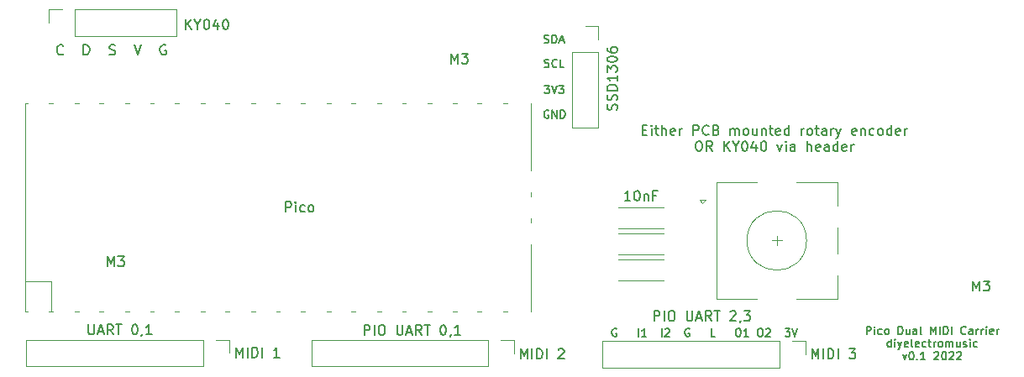
<source format=gbr>
%TF.GenerationSoftware,KiCad,Pcbnew,(6.0.5)*%
%TF.CreationDate,2022-09-02T14:56:30+01:00*%
%TF.ProjectId,PicoDualMIDICarrier,5069636f-4475-4616-9c4d-494449436172,rev?*%
%TF.SameCoordinates,Original*%
%TF.FileFunction,Legend,Top*%
%TF.FilePolarity,Positive*%
%FSLAX46Y46*%
G04 Gerber Fmt 4.6, Leading zero omitted, Abs format (unit mm)*
G04 Created by KiCad (PCBNEW (6.0.5)) date 2022-09-02 14:56:30*
%MOMM*%
%LPD*%
G01*
G04 APERTURE LIST*
%ADD10C,0.150000*%
%ADD11C,0.120000*%
G04 APERTURE END LIST*
D10*
X163880476Y-131982380D02*
X163880476Y-130982380D01*
X164261428Y-130982380D01*
X164356666Y-131030000D01*
X164404285Y-131077619D01*
X164451904Y-131172857D01*
X164451904Y-131315714D01*
X164404285Y-131410952D01*
X164356666Y-131458571D01*
X164261428Y-131506190D01*
X163880476Y-131506190D01*
X164880476Y-131982380D02*
X164880476Y-130982380D01*
X165547142Y-130982380D02*
X165737619Y-130982380D01*
X165832857Y-131030000D01*
X165928095Y-131125238D01*
X165975714Y-131315714D01*
X165975714Y-131649047D01*
X165928095Y-131839523D01*
X165832857Y-131934761D01*
X165737619Y-131982380D01*
X165547142Y-131982380D01*
X165451904Y-131934761D01*
X165356666Y-131839523D01*
X165309047Y-131649047D01*
X165309047Y-131315714D01*
X165356666Y-131125238D01*
X165451904Y-131030000D01*
X165547142Y-130982380D01*
X167166190Y-130982380D02*
X167166190Y-131791904D01*
X167213809Y-131887142D01*
X167261428Y-131934761D01*
X167356666Y-131982380D01*
X167547142Y-131982380D01*
X167642380Y-131934761D01*
X167690000Y-131887142D01*
X167737619Y-131791904D01*
X167737619Y-130982380D01*
X168166190Y-131696666D02*
X168642380Y-131696666D01*
X168070952Y-131982380D02*
X168404285Y-130982380D01*
X168737619Y-131982380D01*
X169642380Y-131982380D02*
X169309047Y-131506190D01*
X169070952Y-131982380D02*
X169070952Y-130982380D01*
X169451904Y-130982380D01*
X169547142Y-131030000D01*
X169594761Y-131077619D01*
X169642380Y-131172857D01*
X169642380Y-131315714D01*
X169594761Y-131410952D01*
X169547142Y-131458571D01*
X169451904Y-131506190D01*
X169070952Y-131506190D01*
X169928095Y-130982380D02*
X170499523Y-130982380D01*
X170213809Y-131982380D02*
X170213809Y-130982380D01*
X171547142Y-131077619D02*
X171594761Y-131030000D01*
X171690000Y-130982380D01*
X171928095Y-130982380D01*
X172023333Y-131030000D01*
X172070952Y-131077619D01*
X172118571Y-131172857D01*
X172118571Y-131268095D01*
X172070952Y-131410952D01*
X171499523Y-131982380D01*
X172118571Y-131982380D01*
X172594761Y-131934761D02*
X172594761Y-131982380D01*
X172547142Y-132077619D01*
X172499523Y-132125238D01*
X172928095Y-130982380D02*
X173547142Y-130982380D01*
X173213809Y-131363333D01*
X173356666Y-131363333D01*
X173451904Y-131410952D01*
X173499523Y-131458571D01*
X173547142Y-131553809D01*
X173547142Y-131791904D01*
X173499523Y-131887142D01*
X173451904Y-131934761D01*
X173356666Y-131982380D01*
X173070952Y-131982380D01*
X172975714Y-131934761D01*
X172928095Y-131887142D01*
X134670476Y-133402380D02*
X134670476Y-132402380D01*
X135051428Y-132402380D01*
X135146666Y-132450000D01*
X135194285Y-132497619D01*
X135241904Y-132592857D01*
X135241904Y-132735714D01*
X135194285Y-132830952D01*
X135146666Y-132878571D01*
X135051428Y-132926190D01*
X134670476Y-132926190D01*
X135670476Y-133402380D02*
X135670476Y-132402380D01*
X136337142Y-132402380D02*
X136527619Y-132402380D01*
X136622857Y-132450000D01*
X136718095Y-132545238D01*
X136765714Y-132735714D01*
X136765714Y-133069047D01*
X136718095Y-133259523D01*
X136622857Y-133354761D01*
X136527619Y-133402380D01*
X136337142Y-133402380D01*
X136241904Y-133354761D01*
X136146666Y-133259523D01*
X136099047Y-133069047D01*
X136099047Y-132735714D01*
X136146666Y-132545238D01*
X136241904Y-132450000D01*
X136337142Y-132402380D01*
X137956190Y-132402380D02*
X137956190Y-133211904D01*
X138003809Y-133307142D01*
X138051428Y-133354761D01*
X138146666Y-133402380D01*
X138337142Y-133402380D01*
X138432380Y-133354761D01*
X138480000Y-133307142D01*
X138527619Y-133211904D01*
X138527619Y-132402380D01*
X138956190Y-133116666D02*
X139432380Y-133116666D01*
X138860952Y-133402380D02*
X139194285Y-132402380D01*
X139527619Y-133402380D01*
X140432380Y-133402380D02*
X140099047Y-132926190D01*
X139860952Y-133402380D02*
X139860952Y-132402380D01*
X140241904Y-132402380D01*
X140337142Y-132450000D01*
X140384761Y-132497619D01*
X140432380Y-132592857D01*
X140432380Y-132735714D01*
X140384761Y-132830952D01*
X140337142Y-132878571D01*
X140241904Y-132926190D01*
X139860952Y-132926190D01*
X140718095Y-132402380D02*
X141289523Y-132402380D01*
X141003809Y-133402380D02*
X141003809Y-132402380D01*
X142575238Y-132402380D02*
X142670476Y-132402380D01*
X142765714Y-132450000D01*
X142813333Y-132497619D01*
X142860952Y-132592857D01*
X142908571Y-132783333D01*
X142908571Y-133021428D01*
X142860952Y-133211904D01*
X142813333Y-133307142D01*
X142765714Y-133354761D01*
X142670476Y-133402380D01*
X142575238Y-133402380D01*
X142480000Y-133354761D01*
X142432380Y-133307142D01*
X142384761Y-133211904D01*
X142337142Y-133021428D01*
X142337142Y-132783333D01*
X142384761Y-132592857D01*
X142432380Y-132497619D01*
X142480000Y-132450000D01*
X142575238Y-132402380D01*
X143384761Y-133354761D02*
X143384761Y-133402380D01*
X143337142Y-133497619D01*
X143289523Y-133545238D01*
X144337142Y-133402380D02*
X143765714Y-133402380D01*
X144051428Y-133402380D02*
X144051428Y-132402380D01*
X143956190Y-132545238D01*
X143860952Y-132640476D01*
X143765714Y-132688095D01*
X106863333Y-132352380D02*
X106863333Y-133161904D01*
X106910952Y-133257142D01*
X106958571Y-133304761D01*
X107053809Y-133352380D01*
X107244285Y-133352380D01*
X107339523Y-133304761D01*
X107387142Y-133257142D01*
X107434761Y-133161904D01*
X107434761Y-132352380D01*
X107863333Y-133066666D02*
X108339523Y-133066666D01*
X107768095Y-133352380D02*
X108101428Y-132352380D01*
X108434761Y-133352380D01*
X109339523Y-133352380D02*
X109006190Y-132876190D01*
X108768095Y-133352380D02*
X108768095Y-132352380D01*
X109149047Y-132352380D01*
X109244285Y-132400000D01*
X109291904Y-132447619D01*
X109339523Y-132542857D01*
X109339523Y-132685714D01*
X109291904Y-132780952D01*
X109244285Y-132828571D01*
X109149047Y-132876190D01*
X108768095Y-132876190D01*
X109625238Y-132352380D02*
X110196666Y-132352380D01*
X109910952Y-133352380D02*
X109910952Y-132352380D01*
X111482380Y-132352380D02*
X111577619Y-132352380D01*
X111672857Y-132400000D01*
X111720476Y-132447619D01*
X111768095Y-132542857D01*
X111815714Y-132733333D01*
X111815714Y-132971428D01*
X111768095Y-133161904D01*
X111720476Y-133257142D01*
X111672857Y-133304761D01*
X111577619Y-133352380D01*
X111482380Y-133352380D01*
X111387142Y-133304761D01*
X111339523Y-133257142D01*
X111291904Y-133161904D01*
X111244285Y-132971428D01*
X111244285Y-132733333D01*
X111291904Y-132542857D01*
X111339523Y-132447619D01*
X111387142Y-132400000D01*
X111482380Y-132352380D01*
X112291904Y-133304761D02*
X112291904Y-133352380D01*
X112244285Y-133447619D01*
X112196666Y-133495238D01*
X113244285Y-133352380D02*
X112672857Y-133352380D01*
X112958571Y-133352380D02*
X112958571Y-132352380D01*
X112863333Y-132495238D01*
X112768095Y-132590476D01*
X112672857Y-132638095D01*
X185281428Y-133333904D02*
X185281428Y-132533904D01*
X185586190Y-132533904D01*
X185662380Y-132572000D01*
X185700476Y-132610095D01*
X185738571Y-132686285D01*
X185738571Y-132800571D01*
X185700476Y-132876761D01*
X185662380Y-132914857D01*
X185586190Y-132952952D01*
X185281428Y-132952952D01*
X186081428Y-133333904D02*
X186081428Y-132800571D01*
X186081428Y-132533904D02*
X186043333Y-132572000D01*
X186081428Y-132610095D01*
X186119523Y-132572000D01*
X186081428Y-132533904D01*
X186081428Y-132610095D01*
X186805238Y-133295809D02*
X186729047Y-133333904D01*
X186576666Y-133333904D01*
X186500476Y-133295809D01*
X186462380Y-133257714D01*
X186424285Y-133181523D01*
X186424285Y-132952952D01*
X186462380Y-132876761D01*
X186500476Y-132838666D01*
X186576666Y-132800571D01*
X186729047Y-132800571D01*
X186805238Y-132838666D01*
X187262380Y-133333904D02*
X187186190Y-133295809D01*
X187148095Y-133257714D01*
X187110000Y-133181523D01*
X187110000Y-132952952D01*
X187148095Y-132876761D01*
X187186190Y-132838666D01*
X187262380Y-132800571D01*
X187376666Y-132800571D01*
X187452857Y-132838666D01*
X187490952Y-132876761D01*
X187529047Y-132952952D01*
X187529047Y-133181523D01*
X187490952Y-133257714D01*
X187452857Y-133295809D01*
X187376666Y-133333904D01*
X187262380Y-133333904D01*
X188481428Y-133333904D02*
X188481428Y-132533904D01*
X188671904Y-132533904D01*
X188786190Y-132572000D01*
X188862380Y-132648190D01*
X188900476Y-132724380D01*
X188938571Y-132876761D01*
X188938571Y-132991047D01*
X188900476Y-133143428D01*
X188862380Y-133219619D01*
X188786190Y-133295809D01*
X188671904Y-133333904D01*
X188481428Y-133333904D01*
X189624285Y-132800571D02*
X189624285Y-133333904D01*
X189281428Y-132800571D02*
X189281428Y-133219619D01*
X189319523Y-133295809D01*
X189395714Y-133333904D01*
X189510000Y-133333904D01*
X189586190Y-133295809D01*
X189624285Y-133257714D01*
X190348095Y-133333904D02*
X190348095Y-132914857D01*
X190310000Y-132838666D01*
X190233809Y-132800571D01*
X190081428Y-132800571D01*
X190005238Y-132838666D01*
X190348095Y-133295809D02*
X190271904Y-133333904D01*
X190081428Y-133333904D01*
X190005238Y-133295809D01*
X189967142Y-133219619D01*
X189967142Y-133143428D01*
X190005238Y-133067238D01*
X190081428Y-133029142D01*
X190271904Y-133029142D01*
X190348095Y-132991047D01*
X190843333Y-133333904D02*
X190767142Y-133295809D01*
X190729047Y-133219619D01*
X190729047Y-132533904D01*
X191757619Y-133333904D02*
X191757619Y-132533904D01*
X192024285Y-133105333D01*
X192290952Y-132533904D01*
X192290952Y-133333904D01*
X192671904Y-133333904D02*
X192671904Y-132533904D01*
X193052857Y-133333904D02*
X193052857Y-132533904D01*
X193243333Y-132533904D01*
X193357619Y-132572000D01*
X193433809Y-132648190D01*
X193471904Y-132724380D01*
X193510000Y-132876761D01*
X193510000Y-132991047D01*
X193471904Y-133143428D01*
X193433809Y-133219619D01*
X193357619Y-133295809D01*
X193243333Y-133333904D01*
X193052857Y-133333904D01*
X193852857Y-133333904D02*
X193852857Y-132533904D01*
X195300476Y-133257714D02*
X195262380Y-133295809D01*
X195148095Y-133333904D01*
X195071904Y-133333904D01*
X194957619Y-133295809D01*
X194881428Y-133219619D01*
X194843333Y-133143428D01*
X194805238Y-132991047D01*
X194805238Y-132876761D01*
X194843333Y-132724380D01*
X194881428Y-132648190D01*
X194957619Y-132572000D01*
X195071904Y-132533904D01*
X195148095Y-132533904D01*
X195262380Y-132572000D01*
X195300476Y-132610095D01*
X195986190Y-133333904D02*
X195986190Y-132914857D01*
X195948095Y-132838666D01*
X195871904Y-132800571D01*
X195719523Y-132800571D01*
X195643333Y-132838666D01*
X195986190Y-133295809D02*
X195910000Y-133333904D01*
X195719523Y-133333904D01*
X195643333Y-133295809D01*
X195605238Y-133219619D01*
X195605238Y-133143428D01*
X195643333Y-133067238D01*
X195719523Y-133029142D01*
X195910000Y-133029142D01*
X195986190Y-132991047D01*
X196367142Y-133333904D02*
X196367142Y-132800571D01*
X196367142Y-132952952D02*
X196405238Y-132876761D01*
X196443333Y-132838666D01*
X196519523Y-132800571D01*
X196595714Y-132800571D01*
X196862380Y-133333904D02*
X196862380Y-132800571D01*
X196862380Y-132952952D02*
X196900476Y-132876761D01*
X196938571Y-132838666D01*
X197014761Y-132800571D01*
X197090952Y-132800571D01*
X197357619Y-133333904D02*
X197357619Y-132800571D01*
X197357619Y-132533904D02*
X197319523Y-132572000D01*
X197357619Y-132610095D01*
X197395714Y-132572000D01*
X197357619Y-132533904D01*
X197357619Y-132610095D01*
X198043333Y-133295809D02*
X197967142Y-133333904D01*
X197814761Y-133333904D01*
X197738571Y-133295809D01*
X197700476Y-133219619D01*
X197700476Y-132914857D01*
X197738571Y-132838666D01*
X197814761Y-132800571D01*
X197967142Y-132800571D01*
X198043333Y-132838666D01*
X198081428Y-132914857D01*
X198081428Y-132991047D01*
X197700476Y-133067238D01*
X198424285Y-133333904D02*
X198424285Y-132800571D01*
X198424285Y-132952952D02*
X198462380Y-132876761D01*
X198500476Y-132838666D01*
X198576666Y-132800571D01*
X198652857Y-132800571D01*
X187757619Y-134621904D02*
X187757619Y-133821904D01*
X187757619Y-134583809D02*
X187681428Y-134621904D01*
X187529047Y-134621904D01*
X187452857Y-134583809D01*
X187414761Y-134545714D01*
X187376666Y-134469523D01*
X187376666Y-134240952D01*
X187414761Y-134164761D01*
X187452857Y-134126666D01*
X187529047Y-134088571D01*
X187681428Y-134088571D01*
X187757619Y-134126666D01*
X188138571Y-134621904D02*
X188138571Y-134088571D01*
X188138571Y-133821904D02*
X188100476Y-133860000D01*
X188138571Y-133898095D01*
X188176666Y-133860000D01*
X188138571Y-133821904D01*
X188138571Y-133898095D01*
X188443333Y-134088571D02*
X188633809Y-134621904D01*
X188824285Y-134088571D02*
X188633809Y-134621904D01*
X188557619Y-134812380D01*
X188519523Y-134850476D01*
X188443333Y-134888571D01*
X189433809Y-134583809D02*
X189357619Y-134621904D01*
X189205238Y-134621904D01*
X189129047Y-134583809D01*
X189090952Y-134507619D01*
X189090952Y-134202857D01*
X189129047Y-134126666D01*
X189205238Y-134088571D01*
X189357619Y-134088571D01*
X189433809Y-134126666D01*
X189471904Y-134202857D01*
X189471904Y-134279047D01*
X189090952Y-134355238D01*
X189929047Y-134621904D02*
X189852857Y-134583809D01*
X189814761Y-134507619D01*
X189814761Y-133821904D01*
X190538571Y-134583809D02*
X190462380Y-134621904D01*
X190310000Y-134621904D01*
X190233809Y-134583809D01*
X190195714Y-134507619D01*
X190195714Y-134202857D01*
X190233809Y-134126666D01*
X190310000Y-134088571D01*
X190462380Y-134088571D01*
X190538571Y-134126666D01*
X190576666Y-134202857D01*
X190576666Y-134279047D01*
X190195714Y-134355238D01*
X191262380Y-134583809D02*
X191186190Y-134621904D01*
X191033809Y-134621904D01*
X190957619Y-134583809D01*
X190919523Y-134545714D01*
X190881428Y-134469523D01*
X190881428Y-134240952D01*
X190919523Y-134164761D01*
X190957619Y-134126666D01*
X191033809Y-134088571D01*
X191186190Y-134088571D01*
X191262380Y-134126666D01*
X191490952Y-134088571D02*
X191795714Y-134088571D01*
X191605238Y-133821904D02*
X191605238Y-134507619D01*
X191643333Y-134583809D01*
X191719523Y-134621904D01*
X191795714Y-134621904D01*
X192062380Y-134621904D02*
X192062380Y-134088571D01*
X192062380Y-134240952D02*
X192100476Y-134164761D01*
X192138571Y-134126666D01*
X192214761Y-134088571D01*
X192290952Y-134088571D01*
X192671904Y-134621904D02*
X192595714Y-134583809D01*
X192557619Y-134545714D01*
X192519523Y-134469523D01*
X192519523Y-134240952D01*
X192557619Y-134164761D01*
X192595714Y-134126666D01*
X192671904Y-134088571D01*
X192786190Y-134088571D01*
X192862380Y-134126666D01*
X192900476Y-134164761D01*
X192938571Y-134240952D01*
X192938571Y-134469523D01*
X192900476Y-134545714D01*
X192862380Y-134583809D01*
X192786190Y-134621904D01*
X192671904Y-134621904D01*
X193281428Y-134621904D02*
X193281428Y-134088571D01*
X193281428Y-134164761D02*
X193319523Y-134126666D01*
X193395714Y-134088571D01*
X193510000Y-134088571D01*
X193586190Y-134126666D01*
X193624285Y-134202857D01*
X193624285Y-134621904D01*
X193624285Y-134202857D02*
X193662380Y-134126666D01*
X193738571Y-134088571D01*
X193852857Y-134088571D01*
X193929047Y-134126666D01*
X193967142Y-134202857D01*
X193967142Y-134621904D01*
X194690952Y-134088571D02*
X194690952Y-134621904D01*
X194348095Y-134088571D02*
X194348095Y-134507619D01*
X194386190Y-134583809D01*
X194462380Y-134621904D01*
X194576666Y-134621904D01*
X194652857Y-134583809D01*
X194690952Y-134545714D01*
X195033809Y-134583809D02*
X195110000Y-134621904D01*
X195262380Y-134621904D01*
X195338571Y-134583809D01*
X195376666Y-134507619D01*
X195376666Y-134469523D01*
X195338571Y-134393333D01*
X195262380Y-134355238D01*
X195148095Y-134355238D01*
X195071904Y-134317142D01*
X195033809Y-134240952D01*
X195033809Y-134202857D01*
X195071904Y-134126666D01*
X195148095Y-134088571D01*
X195262380Y-134088571D01*
X195338571Y-134126666D01*
X195719523Y-134621904D02*
X195719523Y-134088571D01*
X195719523Y-133821904D02*
X195681428Y-133860000D01*
X195719523Y-133898095D01*
X195757619Y-133860000D01*
X195719523Y-133821904D01*
X195719523Y-133898095D01*
X196443333Y-134583809D02*
X196367142Y-134621904D01*
X196214761Y-134621904D01*
X196138571Y-134583809D01*
X196100476Y-134545714D01*
X196062380Y-134469523D01*
X196062380Y-134240952D01*
X196100476Y-134164761D01*
X196138571Y-134126666D01*
X196214761Y-134088571D01*
X196367142Y-134088571D01*
X196443333Y-134126666D01*
X188938571Y-135376571D02*
X189129047Y-135909904D01*
X189319523Y-135376571D01*
X189776666Y-135109904D02*
X189852857Y-135109904D01*
X189929047Y-135148000D01*
X189967142Y-135186095D01*
X190005238Y-135262285D01*
X190043333Y-135414666D01*
X190043333Y-135605142D01*
X190005238Y-135757523D01*
X189967142Y-135833714D01*
X189929047Y-135871809D01*
X189852857Y-135909904D01*
X189776666Y-135909904D01*
X189700476Y-135871809D01*
X189662380Y-135833714D01*
X189624285Y-135757523D01*
X189586190Y-135605142D01*
X189586190Y-135414666D01*
X189624285Y-135262285D01*
X189662380Y-135186095D01*
X189700476Y-135148000D01*
X189776666Y-135109904D01*
X190386190Y-135833714D02*
X190424285Y-135871809D01*
X190386190Y-135909904D01*
X190348095Y-135871809D01*
X190386190Y-135833714D01*
X190386190Y-135909904D01*
X191186190Y-135909904D02*
X190729047Y-135909904D01*
X190957619Y-135909904D02*
X190957619Y-135109904D01*
X190881428Y-135224190D01*
X190805238Y-135300380D01*
X190729047Y-135338476D01*
X192100476Y-135186095D02*
X192138571Y-135148000D01*
X192214761Y-135109904D01*
X192405238Y-135109904D01*
X192481428Y-135148000D01*
X192519523Y-135186095D01*
X192557619Y-135262285D01*
X192557619Y-135338476D01*
X192519523Y-135452761D01*
X192062380Y-135909904D01*
X192557619Y-135909904D01*
X193052857Y-135109904D02*
X193129047Y-135109904D01*
X193205238Y-135148000D01*
X193243333Y-135186095D01*
X193281428Y-135262285D01*
X193319523Y-135414666D01*
X193319523Y-135605142D01*
X193281428Y-135757523D01*
X193243333Y-135833714D01*
X193205238Y-135871809D01*
X193129047Y-135909904D01*
X193052857Y-135909904D01*
X192976666Y-135871809D01*
X192938571Y-135833714D01*
X192900476Y-135757523D01*
X192862380Y-135605142D01*
X192862380Y-135414666D01*
X192900476Y-135262285D01*
X192938571Y-135186095D01*
X192976666Y-135148000D01*
X193052857Y-135109904D01*
X193624285Y-135186095D02*
X193662380Y-135148000D01*
X193738571Y-135109904D01*
X193929047Y-135109904D01*
X194005238Y-135148000D01*
X194043333Y-135186095D01*
X194081428Y-135262285D01*
X194081428Y-135338476D01*
X194043333Y-135452761D01*
X193586190Y-135909904D01*
X194081428Y-135909904D01*
X194386190Y-135186095D02*
X194424285Y-135148000D01*
X194500476Y-135109904D01*
X194690952Y-135109904D01*
X194767142Y-135148000D01*
X194805238Y-135186095D01*
X194843333Y-135262285D01*
X194843333Y-135338476D01*
X194805238Y-135452761D01*
X194348095Y-135909904D01*
X194843333Y-135909904D01*
X162704285Y-112733571D02*
X163037619Y-112733571D01*
X163180476Y-113257380D02*
X162704285Y-113257380D01*
X162704285Y-112257380D01*
X163180476Y-112257380D01*
X163609047Y-113257380D02*
X163609047Y-112590714D01*
X163609047Y-112257380D02*
X163561428Y-112305000D01*
X163609047Y-112352619D01*
X163656666Y-112305000D01*
X163609047Y-112257380D01*
X163609047Y-112352619D01*
X163942380Y-112590714D02*
X164323333Y-112590714D01*
X164085238Y-112257380D02*
X164085238Y-113114523D01*
X164132857Y-113209761D01*
X164228095Y-113257380D01*
X164323333Y-113257380D01*
X164656666Y-113257380D02*
X164656666Y-112257380D01*
X165085238Y-113257380D02*
X165085238Y-112733571D01*
X165037619Y-112638333D01*
X164942380Y-112590714D01*
X164799523Y-112590714D01*
X164704285Y-112638333D01*
X164656666Y-112685952D01*
X165942380Y-113209761D02*
X165847142Y-113257380D01*
X165656666Y-113257380D01*
X165561428Y-113209761D01*
X165513809Y-113114523D01*
X165513809Y-112733571D01*
X165561428Y-112638333D01*
X165656666Y-112590714D01*
X165847142Y-112590714D01*
X165942380Y-112638333D01*
X165990000Y-112733571D01*
X165990000Y-112828809D01*
X165513809Y-112924047D01*
X166418571Y-113257380D02*
X166418571Y-112590714D01*
X166418571Y-112781190D02*
X166466190Y-112685952D01*
X166513809Y-112638333D01*
X166609047Y-112590714D01*
X166704285Y-112590714D01*
X167799523Y-113257380D02*
X167799523Y-112257380D01*
X168180476Y-112257380D01*
X168275714Y-112305000D01*
X168323333Y-112352619D01*
X168370952Y-112447857D01*
X168370952Y-112590714D01*
X168323333Y-112685952D01*
X168275714Y-112733571D01*
X168180476Y-112781190D01*
X167799523Y-112781190D01*
X169370952Y-113162142D02*
X169323333Y-113209761D01*
X169180476Y-113257380D01*
X169085238Y-113257380D01*
X168942380Y-113209761D01*
X168847142Y-113114523D01*
X168799523Y-113019285D01*
X168751904Y-112828809D01*
X168751904Y-112685952D01*
X168799523Y-112495476D01*
X168847142Y-112400238D01*
X168942380Y-112305000D01*
X169085238Y-112257380D01*
X169180476Y-112257380D01*
X169323333Y-112305000D01*
X169370952Y-112352619D01*
X170132857Y-112733571D02*
X170275714Y-112781190D01*
X170323333Y-112828809D01*
X170370952Y-112924047D01*
X170370952Y-113066904D01*
X170323333Y-113162142D01*
X170275714Y-113209761D01*
X170180476Y-113257380D01*
X169799523Y-113257380D01*
X169799523Y-112257380D01*
X170132857Y-112257380D01*
X170228095Y-112305000D01*
X170275714Y-112352619D01*
X170323333Y-112447857D01*
X170323333Y-112543095D01*
X170275714Y-112638333D01*
X170228095Y-112685952D01*
X170132857Y-112733571D01*
X169799523Y-112733571D01*
X171561428Y-113257380D02*
X171561428Y-112590714D01*
X171561428Y-112685952D02*
X171609047Y-112638333D01*
X171704285Y-112590714D01*
X171847142Y-112590714D01*
X171942380Y-112638333D01*
X171990000Y-112733571D01*
X171990000Y-113257380D01*
X171990000Y-112733571D02*
X172037619Y-112638333D01*
X172132857Y-112590714D01*
X172275714Y-112590714D01*
X172370952Y-112638333D01*
X172418571Y-112733571D01*
X172418571Y-113257380D01*
X173037619Y-113257380D02*
X172942380Y-113209761D01*
X172894761Y-113162142D01*
X172847142Y-113066904D01*
X172847142Y-112781190D01*
X172894761Y-112685952D01*
X172942380Y-112638333D01*
X173037619Y-112590714D01*
X173180476Y-112590714D01*
X173275714Y-112638333D01*
X173323333Y-112685952D01*
X173370952Y-112781190D01*
X173370952Y-113066904D01*
X173323333Y-113162142D01*
X173275714Y-113209761D01*
X173180476Y-113257380D01*
X173037619Y-113257380D01*
X174228095Y-112590714D02*
X174228095Y-113257380D01*
X173799523Y-112590714D02*
X173799523Y-113114523D01*
X173847142Y-113209761D01*
X173942380Y-113257380D01*
X174085238Y-113257380D01*
X174180476Y-113209761D01*
X174228095Y-113162142D01*
X174704285Y-112590714D02*
X174704285Y-113257380D01*
X174704285Y-112685952D02*
X174751904Y-112638333D01*
X174847142Y-112590714D01*
X174990000Y-112590714D01*
X175085238Y-112638333D01*
X175132857Y-112733571D01*
X175132857Y-113257380D01*
X175466190Y-112590714D02*
X175847142Y-112590714D01*
X175609047Y-112257380D02*
X175609047Y-113114523D01*
X175656666Y-113209761D01*
X175751904Y-113257380D01*
X175847142Y-113257380D01*
X176561428Y-113209761D02*
X176466190Y-113257380D01*
X176275714Y-113257380D01*
X176180476Y-113209761D01*
X176132857Y-113114523D01*
X176132857Y-112733571D01*
X176180476Y-112638333D01*
X176275714Y-112590714D01*
X176466190Y-112590714D01*
X176561428Y-112638333D01*
X176609047Y-112733571D01*
X176609047Y-112828809D01*
X176132857Y-112924047D01*
X177466190Y-113257380D02*
X177466190Y-112257380D01*
X177466190Y-113209761D02*
X177370952Y-113257380D01*
X177180476Y-113257380D01*
X177085238Y-113209761D01*
X177037619Y-113162142D01*
X176990000Y-113066904D01*
X176990000Y-112781190D01*
X177037619Y-112685952D01*
X177085238Y-112638333D01*
X177180476Y-112590714D01*
X177370952Y-112590714D01*
X177466190Y-112638333D01*
X178704285Y-113257380D02*
X178704285Y-112590714D01*
X178704285Y-112781190D02*
X178751904Y-112685952D01*
X178799523Y-112638333D01*
X178894761Y-112590714D01*
X178990000Y-112590714D01*
X179466190Y-113257380D02*
X179370952Y-113209761D01*
X179323333Y-113162142D01*
X179275714Y-113066904D01*
X179275714Y-112781190D01*
X179323333Y-112685952D01*
X179370952Y-112638333D01*
X179466190Y-112590714D01*
X179609047Y-112590714D01*
X179704285Y-112638333D01*
X179751904Y-112685952D01*
X179799523Y-112781190D01*
X179799523Y-113066904D01*
X179751904Y-113162142D01*
X179704285Y-113209761D01*
X179609047Y-113257380D01*
X179466190Y-113257380D01*
X180085238Y-112590714D02*
X180466190Y-112590714D01*
X180228095Y-112257380D02*
X180228095Y-113114523D01*
X180275714Y-113209761D01*
X180370952Y-113257380D01*
X180466190Y-113257380D01*
X181228095Y-113257380D02*
X181228095Y-112733571D01*
X181180476Y-112638333D01*
X181085238Y-112590714D01*
X180894761Y-112590714D01*
X180799523Y-112638333D01*
X181228095Y-113209761D02*
X181132857Y-113257380D01*
X180894761Y-113257380D01*
X180799523Y-113209761D01*
X180751904Y-113114523D01*
X180751904Y-113019285D01*
X180799523Y-112924047D01*
X180894761Y-112876428D01*
X181132857Y-112876428D01*
X181228095Y-112828809D01*
X181704285Y-113257380D02*
X181704285Y-112590714D01*
X181704285Y-112781190D02*
X181751904Y-112685952D01*
X181799523Y-112638333D01*
X181894761Y-112590714D01*
X181990000Y-112590714D01*
X182228095Y-112590714D02*
X182466190Y-113257380D01*
X182704285Y-112590714D02*
X182466190Y-113257380D01*
X182370952Y-113495476D01*
X182323333Y-113543095D01*
X182228095Y-113590714D01*
X184228095Y-113209761D02*
X184132857Y-113257380D01*
X183942380Y-113257380D01*
X183847142Y-113209761D01*
X183799523Y-113114523D01*
X183799523Y-112733571D01*
X183847142Y-112638333D01*
X183942380Y-112590714D01*
X184132857Y-112590714D01*
X184228095Y-112638333D01*
X184275714Y-112733571D01*
X184275714Y-112828809D01*
X183799523Y-112924047D01*
X184704285Y-112590714D02*
X184704285Y-113257380D01*
X184704285Y-112685952D02*
X184751904Y-112638333D01*
X184847142Y-112590714D01*
X184990000Y-112590714D01*
X185085238Y-112638333D01*
X185132857Y-112733571D01*
X185132857Y-113257380D01*
X186037619Y-113209761D02*
X185942380Y-113257380D01*
X185751904Y-113257380D01*
X185656666Y-113209761D01*
X185609047Y-113162142D01*
X185561428Y-113066904D01*
X185561428Y-112781190D01*
X185609047Y-112685952D01*
X185656666Y-112638333D01*
X185751904Y-112590714D01*
X185942380Y-112590714D01*
X186037619Y-112638333D01*
X186609047Y-113257380D02*
X186513809Y-113209761D01*
X186466190Y-113162142D01*
X186418571Y-113066904D01*
X186418571Y-112781190D01*
X186466190Y-112685952D01*
X186513809Y-112638333D01*
X186609047Y-112590714D01*
X186751904Y-112590714D01*
X186847142Y-112638333D01*
X186894761Y-112685952D01*
X186942380Y-112781190D01*
X186942380Y-113066904D01*
X186894761Y-113162142D01*
X186847142Y-113209761D01*
X186751904Y-113257380D01*
X186609047Y-113257380D01*
X187799523Y-113257380D02*
X187799523Y-112257380D01*
X187799523Y-113209761D02*
X187704285Y-113257380D01*
X187513809Y-113257380D01*
X187418571Y-113209761D01*
X187370952Y-113162142D01*
X187323333Y-113066904D01*
X187323333Y-112781190D01*
X187370952Y-112685952D01*
X187418571Y-112638333D01*
X187513809Y-112590714D01*
X187704285Y-112590714D01*
X187799523Y-112638333D01*
X188656666Y-113209761D02*
X188561428Y-113257380D01*
X188370952Y-113257380D01*
X188275714Y-113209761D01*
X188228095Y-113114523D01*
X188228095Y-112733571D01*
X188275714Y-112638333D01*
X188370952Y-112590714D01*
X188561428Y-112590714D01*
X188656666Y-112638333D01*
X188704285Y-112733571D01*
X188704285Y-112828809D01*
X188228095Y-112924047D01*
X189132857Y-113257380D02*
X189132857Y-112590714D01*
X189132857Y-112781190D02*
X189180476Y-112685952D01*
X189228095Y-112638333D01*
X189323333Y-112590714D01*
X189418571Y-112590714D01*
X168299523Y-113867380D02*
X168490000Y-113867380D01*
X168585238Y-113915000D01*
X168680476Y-114010238D01*
X168728095Y-114200714D01*
X168728095Y-114534047D01*
X168680476Y-114724523D01*
X168585238Y-114819761D01*
X168490000Y-114867380D01*
X168299523Y-114867380D01*
X168204285Y-114819761D01*
X168109047Y-114724523D01*
X168061428Y-114534047D01*
X168061428Y-114200714D01*
X168109047Y-114010238D01*
X168204285Y-113915000D01*
X168299523Y-113867380D01*
X169728095Y-114867380D02*
X169394761Y-114391190D01*
X169156666Y-114867380D02*
X169156666Y-113867380D01*
X169537619Y-113867380D01*
X169632857Y-113915000D01*
X169680476Y-113962619D01*
X169728095Y-114057857D01*
X169728095Y-114200714D01*
X169680476Y-114295952D01*
X169632857Y-114343571D01*
X169537619Y-114391190D01*
X169156666Y-114391190D01*
X170918571Y-114867380D02*
X170918571Y-113867380D01*
X171490000Y-114867380D02*
X171061428Y-114295952D01*
X171490000Y-113867380D02*
X170918571Y-114438809D01*
X172109047Y-114391190D02*
X172109047Y-114867380D01*
X171775714Y-113867380D02*
X172109047Y-114391190D01*
X172442380Y-113867380D01*
X172966190Y-113867380D02*
X173061428Y-113867380D01*
X173156666Y-113915000D01*
X173204285Y-113962619D01*
X173251904Y-114057857D01*
X173299523Y-114248333D01*
X173299523Y-114486428D01*
X173251904Y-114676904D01*
X173204285Y-114772142D01*
X173156666Y-114819761D01*
X173061428Y-114867380D01*
X172966190Y-114867380D01*
X172870952Y-114819761D01*
X172823333Y-114772142D01*
X172775714Y-114676904D01*
X172728095Y-114486428D01*
X172728095Y-114248333D01*
X172775714Y-114057857D01*
X172823333Y-113962619D01*
X172870952Y-113915000D01*
X172966190Y-113867380D01*
X174156666Y-114200714D02*
X174156666Y-114867380D01*
X173918571Y-113819761D02*
X173680476Y-114534047D01*
X174299523Y-114534047D01*
X174870952Y-113867380D02*
X174966190Y-113867380D01*
X175061428Y-113915000D01*
X175109047Y-113962619D01*
X175156666Y-114057857D01*
X175204285Y-114248333D01*
X175204285Y-114486428D01*
X175156666Y-114676904D01*
X175109047Y-114772142D01*
X175061428Y-114819761D01*
X174966190Y-114867380D01*
X174870952Y-114867380D01*
X174775714Y-114819761D01*
X174728095Y-114772142D01*
X174680476Y-114676904D01*
X174632857Y-114486428D01*
X174632857Y-114248333D01*
X174680476Y-114057857D01*
X174728095Y-113962619D01*
X174775714Y-113915000D01*
X174870952Y-113867380D01*
X176299523Y-114200714D02*
X176537619Y-114867380D01*
X176775714Y-114200714D01*
X177156666Y-114867380D02*
X177156666Y-114200714D01*
X177156666Y-113867380D02*
X177109047Y-113915000D01*
X177156666Y-113962619D01*
X177204285Y-113915000D01*
X177156666Y-113867380D01*
X177156666Y-113962619D01*
X178061428Y-114867380D02*
X178061428Y-114343571D01*
X178013809Y-114248333D01*
X177918571Y-114200714D01*
X177728095Y-114200714D01*
X177632857Y-114248333D01*
X178061428Y-114819761D02*
X177966190Y-114867380D01*
X177728095Y-114867380D01*
X177632857Y-114819761D01*
X177585238Y-114724523D01*
X177585238Y-114629285D01*
X177632857Y-114534047D01*
X177728095Y-114486428D01*
X177966190Y-114486428D01*
X178061428Y-114438809D01*
X179299523Y-114867380D02*
X179299523Y-113867380D01*
X179728095Y-114867380D02*
X179728095Y-114343571D01*
X179680476Y-114248333D01*
X179585238Y-114200714D01*
X179442380Y-114200714D01*
X179347142Y-114248333D01*
X179299523Y-114295952D01*
X180585238Y-114819761D02*
X180490000Y-114867380D01*
X180299523Y-114867380D01*
X180204285Y-114819761D01*
X180156666Y-114724523D01*
X180156666Y-114343571D01*
X180204285Y-114248333D01*
X180299523Y-114200714D01*
X180490000Y-114200714D01*
X180585238Y-114248333D01*
X180632857Y-114343571D01*
X180632857Y-114438809D01*
X180156666Y-114534047D01*
X181490000Y-114867380D02*
X181490000Y-114343571D01*
X181442380Y-114248333D01*
X181347142Y-114200714D01*
X181156666Y-114200714D01*
X181061428Y-114248333D01*
X181490000Y-114819761D02*
X181394761Y-114867380D01*
X181156666Y-114867380D01*
X181061428Y-114819761D01*
X181013809Y-114724523D01*
X181013809Y-114629285D01*
X181061428Y-114534047D01*
X181156666Y-114486428D01*
X181394761Y-114486428D01*
X181490000Y-114438809D01*
X182394761Y-114867380D02*
X182394761Y-113867380D01*
X182394761Y-114819761D02*
X182299523Y-114867380D01*
X182109047Y-114867380D01*
X182013809Y-114819761D01*
X181966190Y-114772142D01*
X181918571Y-114676904D01*
X181918571Y-114391190D01*
X181966190Y-114295952D01*
X182013809Y-114248333D01*
X182109047Y-114200714D01*
X182299523Y-114200714D01*
X182394761Y-114248333D01*
X183251904Y-114819761D02*
X183156666Y-114867380D01*
X182966190Y-114867380D01*
X182870952Y-114819761D01*
X182823333Y-114724523D01*
X182823333Y-114343571D01*
X182870952Y-114248333D01*
X182966190Y-114200714D01*
X183156666Y-114200714D01*
X183251904Y-114248333D01*
X183299523Y-114343571D01*
X183299523Y-114438809D01*
X182823333Y-114534047D01*
X183728095Y-114867380D02*
X183728095Y-114200714D01*
X183728095Y-114391190D02*
X183775714Y-114295952D01*
X183823333Y-114248333D01*
X183918571Y-114200714D01*
X184013809Y-114200714D01*
X153230476Y-110780000D02*
X153154285Y-110741904D01*
X153040000Y-110741904D01*
X152925714Y-110780000D01*
X152849523Y-110856190D01*
X152811428Y-110932380D01*
X152773333Y-111084761D01*
X152773333Y-111199047D01*
X152811428Y-111351428D01*
X152849523Y-111427619D01*
X152925714Y-111503809D01*
X153040000Y-111541904D01*
X153116190Y-111541904D01*
X153230476Y-111503809D01*
X153268571Y-111465714D01*
X153268571Y-111199047D01*
X153116190Y-111199047D01*
X153611428Y-111541904D02*
X153611428Y-110741904D01*
X154068571Y-111541904D01*
X154068571Y-110741904D01*
X154449523Y-111541904D02*
X154449523Y-110741904D01*
X154640000Y-110741904D01*
X154754285Y-110780000D01*
X154830476Y-110856190D01*
X154868571Y-110932380D01*
X154906666Y-111084761D01*
X154906666Y-111199047D01*
X154868571Y-111351428D01*
X154830476Y-111427619D01*
X154754285Y-111503809D01*
X154640000Y-111541904D01*
X154449523Y-111541904D01*
X152819523Y-108261904D02*
X153314761Y-108261904D01*
X153048095Y-108566666D01*
X153162380Y-108566666D01*
X153238571Y-108604761D01*
X153276666Y-108642857D01*
X153314761Y-108719047D01*
X153314761Y-108909523D01*
X153276666Y-108985714D01*
X153238571Y-109023809D01*
X153162380Y-109061904D01*
X152933809Y-109061904D01*
X152857619Y-109023809D01*
X152819523Y-108985714D01*
X153543333Y-108261904D02*
X153810000Y-109061904D01*
X154076666Y-108261904D01*
X154267142Y-108261904D02*
X154762380Y-108261904D01*
X154495714Y-108566666D01*
X154610000Y-108566666D01*
X154686190Y-108604761D01*
X154724285Y-108642857D01*
X154762380Y-108719047D01*
X154762380Y-108909523D01*
X154724285Y-108985714D01*
X154686190Y-109023809D01*
X154610000Y-109061904D01*
X154381428Y-109061904D01*
X154305238Y-109023809D01*
X154267142Y-108985714D01*
X152817619Y-106363809D02*
X152931904Y-106401904D01*
X153122380Y-106401904D01*
X153198571Y-106363809D01*
X153236666Y-106325714D01*
X153274761Y-106249523D01*
X153274761Y-106173333D01*
X153236666Y-106097142D01*
X153198571Y-106059047D01*
X153122380Y-106020952D01*
X152970000Y-105982857D01*
X152893809Y-105944761D01*
X152855714Y-105906666D01*
X152817619Y-105830476D01*
X152817619Y-105754285D01*
X152855714Y-105678095D01*
X152893809Y-105640000D01*
X152970000Y-105601904D01*
X153160476Y-105601904D01*
X153274761Y-105640000D01*
X154074761Y-106325714D02*
X154036666Y-106363809D01*
X153922380Y-106401904D01*
X153846190Y-106401904D01*
X153731904Y-106363809D01*
X153655714Y-106287619D01*
X153617619Y-106211428D01*
X153579523Y-106059047D01*
X153579523Y-105944761D01*
X153617619Y-105792380D01*
X153655714Y-105716190D01*
X153731904Y-105640000D01*
X153846190Y-105601904D01*
X153922380Y-105601904D01*
X154036666Y-105640000D01*
X154074761Y-105678095D01*
X154798571Y-106401904D02*
X154417619Y-106401904D01*
X154417619Y-105601904D01*
X152798571Y-103913809D02*
X152912857Y-103951904D01*
X153103333Y-103951904D01*
X153179523Y-103913809D01*
X153217619Y-103875714D01*
X153255714Y-103799523D01*
X153255714Y-103723333D01*
X153217619Y-103647142D01*
X153179523Y-103609047D01*
X153103333Y-103570952D01*
X152950952Y-103532857D01*
X152874761Y-103494761D01*
X152836666Y-103456666D01*
X152798571Y-103380476D01*
X152798571Y-103304285D01*
X152836666Y-103228095D01*
X152874761Y-103190000D01*
X152950952Y-103151904D01*
X153141428Y-103151904D01*
X153255714Y-103190000D01*
X153598571Y-103951904D02*
X153598571Y-103151904D01*
X153789047Y-103151904D01*
X153903333Y-103190000D01*
X153979523Y-103266190D01*
X154017619Y-103342380D01*
X154055714Y-103494761D01*
X154055714Y-103609047D01*
X154017619Y-103761428D01*
X153979523Y-103837619D01*
X153903333Y-103913809D01*
X153789047Y-103951904D01*
X153598571Y-103951904D01*
X154360476Y-103723333D02*
X154741428Y-103723333D01*
X154284285Y-103951904D02*
X154550952Y-103151904D01*
X154817619Y-103951904D01*
X160082857Y-132790000D02*
X160006666Y-132751904D01*
X159892380Y-132751904D01*
X159778095Y-132790000D01*
X159701904Y-132866190D01*
X159663809Y-132942380D01*
X159625714Y-133094761D01*
X159625714Y-133209047D01*
X159663809Y-133361428D01*
X159701904Y-133437619D01*
X159778095Y-133513809D01*
X159892380Y-133551904D01*
X159968571Y-133551904D01*
X160082857Y-133513809D01*
X160120952Y-133475714D01*
X160120952Y-133209047D01*
X159968571Y-133209047D01*
X162292380Y-133551904D02*
X162292380Y-132751904D01*
X163092380Y-133551904D02*
X162635238Y-133551904D01*
X162863809Y-133551904D02*
X162863809Y-132751904D01*
X162787619Y-132866190D01*
X162711428Y-132942380D01*
X162635238Y-132980476D01*
X164654285Y-133551904D02*
X164654285Y-132751904D01*
X164997142Y-132828095D02*
X165035238Y-132790000D01*
X165111428Y-132751904D01*
X165301904Y-132751904D01*
X165378095Y-132790000D01*
X165416190Y-132828095D01*
X165454285Y-132904285D01*
X165454285Y-132980476D01*
X165416190Y-133094761D01*
X164959047Y-133551904D01*
X165454285Y-133551904D01*
X167435238Y-132790000D02*
X167359047Y-132751904D01*
X167244761Y-132751904D01*
X167130476Y-132790000D01*
X167054285Y-132866190D01*
X167016190Y-132942380D01*
X166978095Y-133094761D01*
X166978095Y-133209047D01*
X167016190Y-133361428D01*
X167054285Y-133437619D01*
X167130476Y-133513809D01*
X167244761Y-133551904D01*
X167320952Y-133551904D01*
X167435238Y-133513809D01*
X167473333Y-133475714D01*
X167473333Y-133209047D01*
X167320952Y-133209047D01*
X170025714Y-133551904D02*
X169644761Y-133551904D01*
X169644761Y-132751904D01*
X172273333Y-132751904D02*
X172425714Y-132751904D01*
X172501904Y-132790000D01*
X172578095Y-132866190D01*
X172616190Y-133018571D01*
X172616190Y-133285238D01*
X172578095Y-133437619D01*
X172501904Y-133513809D01*
X172425714Y-133551904D01*
X172273333Y-133551904D01*
X172197142Y-133513809D01*
X172120952Y-133437619D01*
X172082857Y-133285238D01*
X172082857Y-133018571D01*
X172120952Y-132866190D01*
X172197142Y-132790000D01*
X172273333Y-132751904D01*
X173378095Y-133551904D02*
X172920952Y-133551904D01*
X173149523Y-133551904D02*
X173149523Y-132751904D01*
X173073333Y-132866190D01*
X172997142Y-132942380D01*
X172920952Y-132980476D01*
X174482857Y-132751904D02*
X174635238Y-132751904D01*
X174711428Y-132790000D01*
X174787619Y-132866190D01*
X174825714Y-133018571D01*
X174825714Y-133285238D01*
X174787619Y-133437619D01*
X174711428Y-133513809D01*
X174635238Y-133551904D01*
X174482857Y-133551904D01*
X174406666Y-133513809D01*
X174330476Y-133437619D01*
X174292380Y-133285238D01*
X174292380Y-133018571D01*
X174330476Y-132866190D01*
X174406666Y-132790000D01*
X174482857Y-132751904D01*
X175130476Y-132828095D02*
X175168571Y-132790000D01*
X175244761Y-132751904D01*
X175435238Y-132751904D01*
X175511428Y-132790000D01*
X175549523Y-132828095D01*
X175587619Y-132904285D01*
X175587619Y-132980476D01*
X175549523Y-133094761D01*
X175092380Y-133551904D01*
X175587619Y-133551904D01*
X177073333Y-132751904D02*
X177568571Y-132751904D01*
X177301904Y-133056666D01*
X177416190Y-133056666D01*
X177492380Y-133094761D01*
X177530476Y-133132857D01*
X177568571Y-133209047D01*
X177568571Y-133399523D01*
X177530476Y-133475714D01*
X177492380Y-133513809D01*
X177416190Y-133551904D01*
X177187619Y-133551904D01*
X177111428Y-133513809D01*
X177073333Y-133475714D01*
X177797142Y-132751904D02*
X178063809Y-133551904D01*
X178330476Y-132751904D01*
X104315000Y-105057142D02*
X104265000Y-105104761D01*
X104115000Y-105152380D01*
X104015000Y-105152380D01*
X103865000Y-105104761D01*
X103765000Y-105009523D01*
X103715000Y-104914285D01*
X103665000Y-104723809D01*
X103665000Y-104580952D01*
X103715000Y-104390476D01*
X103765000Y-104295238D01*
X103865000Y-104200000D01*
X104015000Y-104152380D01*
X104115000Y-104152380D01*
X104265000Y-104200000D01*
X104315000Y-104247619D01*
X106365000Y-105152380D02*
X106365000Y-104152380D01*
X106615000Y-104152380D01*
X106765000Y-104200000D01*
X106865000Y-104295238D01*
X106915000Y-104390476D01*
X106965000Y-104580952D01*
X106965000Y-104723809D01*
X106915000Y-104914285D01*
X106865000Y-105009523D01*
X106765000Y-105104761D01*
X106615000Y-105152380D01*
X106365000Y-105152380D01*
X108965000Y-105104761D02*
X109115000Y-105152380D01*
X109365000Y-105152380D01*
X109465000Y-105104761D01*
X109515000Y-105057142D01*
X109565000Y-104961904D01*
X109565000Y-104866666D01*
X109515000Y-104771428D01*
X109465000Y-104723809D01*
X109365000Y-104676190D01*
X109165000Y-104628571D01*
X109065000Y-104580952D01*
X109015000Y-104533333D01*
X108965000Y-104438095D01*
X108965000Y-104342857D01*
X109015000Y-104247619D01*
X109065000Y-104200000D01*
X109165000Y-104152380D01*
X109415000Y-104152380D01*
X109565000Y-104200000D01*
X111465000Y-104152380D02*
X111815000Y-105152380D01*
X112165000Y-104152380D01*
X114665000Y-104200000D02*
X114565000Y-104152380D01*
X114415000Y-104152380D01*
X114265000Y-104200000D01*
X114165000Y-104295238D01*
X114115000Y-104390476D01*
X114065000Y-104580952D01*
X114065000Y-104723809D01*
X114115000Y-104914285D01*
X114165000Y-105009523D01*
X114265000Y-105104761D01*
X114415000Y-105152380D01*
X114515000Y-105152380D01*
X114665000Y-105104761D01*
X114715000Y-105057142D01*
X114715000Y-104723809D01*
X114515000Y-104723809D01*
%TO.C,J5*%
X116670952Y-102592380D02*
X116670952Y-101592380D01*
X117242380Y-102592380D02*
X116813809Y-102020952D01*
X117242380Y-101592380D02*
X116670952Y-102163809D01*
X117861428Y-102116190D02*
X117861428Y-102592380D01*
X117528095Y-101592380D02*
X117861428Y-102116190D01*
X118194761Y-101592380D01*
X118718571Y-101592380D02*
X118813809Y-101592380D01*
X118909047Y-101640000D01*
X118956666Y-101687619D01*
X119004285Y-101782857D01*
X119051904Y-101973333D01*
X119051904Y-102211428D01*
X119004285Y-102401904D01*
X118956666Y-102497142D01*
X118909047Y-102544761D01*
X118813809Y-102592380D01*
X118718571Y-102592380D01*
X118623333Y-102544761D01*
X118575714Y-102497142D01*
X118528095Y-102401904D01*
X118480476Y-102211428D01*
X118480476Y-101973333D01*
X118528095Y-101782857D01*
X118575714Y-101687619D01*
X118623333Y-101640000D01*
X118718571Y-101592380D01*
X119909047Y-101925714D02*
X119909047Y-102592380D01*
X119670952Y-101544761D02*
X119432857Y-102259047D01*
X120051904Y-102259047D01*
X120623333Y-101592380D02*
X120718571Y-101592380D01*
X120813809Y-101640000D01*
X120861428Y-101687619D01*
X120909047Y-101782857D01*
X120956666Y-101973333D01*
X120956666Y-102211428D01*
X120909047Y-102401904D01*
X120861428Y-102497142D01*
X120813809Y-102544761D01*
X120718571Y-102592380D01*
X120623333Y-102592380D01*
X120528095Y-102544761D01*
X120480476Y-102497142D01*
X120432857Y-102401904D01*
X120385238Y-102211428D01*
X120385238Y-101973333D01*
X120432857Y-101782857D01*
X120480476Y-101687619D01*
X120528095Y-101640000D01*
X120623333Y-101592380D01*
%TO.C,H3*%
X196020476Y-128962380D02*
X196020476Y-127962380D01*
X196353809Y-128676666D01*
X196687142Y-127962380D01*
X196687142Y-128962380D01*
X197068095Y-127962380D02*
X197687142Y-127962380D01*
X197353809Y-128343333D01*
X197496666Y-128343333D01*
X197591904Y-128390952D01*
X197639523Y-128438571D01*
X197687142Y-128533809D01*
X197687142Y-128771904D01*
X197639523Y-128867142D01*
X197591904Y-128914761D01*
X197496666Y-128962380D01*
X197210952Y-128962380D01*
X197115714Y-128914761D01*
X197068095Y-128867142D01*
%TO.C,H2*%
X143440476Y-106032380D02*
X143440476Y-105032380D01*
X143773809Y-105746666D01*
X144107142Y-105032380D01*
X144107142Y-106032380D01*
X144488095Y-105032380D02*
X145107142Y-105032380D01*
X144773809Y-105413333D01*
X144916666Y-105413333D01*
X145011904Y-105460952D01*
X145059523Y-105508571D01*
X145107142Y-105603809D01*
X145107142Y-105841904D01*
X145059523Y-105937142D01*
X145011904Y-105984761D01*
X144916666Y-106032380D01*
X144630952Y-106032380D01*
X144535714Y-105984761D01*
X144488095Y-105937142D01*
%TO.C,H1*%
X108790476Y-126482380D02*
X108790476Y-125482380D01*
X109123809Y-126196666D01*
X109457142Y-125482380D01*
X109457142Y-126482380D01*
X109838095Y-125482380D02*
X110457142Y-125482380D01*
X110123809Y-125863333D01*
X110266666Y-125863333D01*
X110361904Y-125910952D01*
X110409523Y-125958571D01*
X110457142Y-126053809D01*
X110457142Y-126291904D01*
X110409523Y-126387142D01*
X110361904Y-126434761D01*
X110266666Y-126482380D01*
X109980952Y-126482380D01*
X109885714Y-126434761D01*
X109838095Y-126387142D01*
%TO.C,U1*%
X126743047Y-120992380D02*
X126743047Y-119992380D01*
X127124000Y-119992380D01*
X127219238Y-120040000D01*
X127266857Y-120087619D01*
X127314476Y-120182857D01*
X127314476Y-120325714D01*
X127266857Y-120420952D01*
X127219238Y-120468571D01*
X127124000Y-120516190D01*
X126743047Y-120516190D01*
X127743047Y-120992380D02*
X127743047Y-120325714D01*
X127743047Y-119992380D02*
X127695428Y-120040000D01*
X127743047Y-120087619D01*
X127790666Y-120040000D01*
X127743047Y-119992380D01*
X127743047Y-120087619D01*
X128647809Y-120944761D02*
X128552571Y-120992380D01*
X128362095Y-120992380D01*
X128266857Y-120944761D01*
X128219238Y-120897142D01*
X128171619Y-120801904D01*
X128171619Y-120516190D01*
X128219238Y-120420952D01*
X128266857Y-120373333D01*
X128362095Y-120325714D01*
X128552571Y-120325714D01*
X128647809Y-120373333D01*
X129219238Y-120992380D02*
X129124000Y-120944761D01*
X129076380Y-120897142D01*
X129028761Y-120801904D01*
X129028761Y-120516190D01*
X129076380Y-120420952D01*
X129124000Y-120373333D01*
X129219238Y-120325714D01*
X129362095Y-120325714D01*
X129457333Y-120373333D01*
X129504952Y-120420952D01*
X129552571Y-120516190D01*
X129552571Y-120801904D01*
X129504952Y-120897142D01*
X129457333Y-120944761D01*
X129362095Y-120992380D01*
X129219238Y-120992380D01*
%TO.C,J4*%
X160094761Y-110696666D02*
X160142380Y-110553809D01*
X160142380Y-110315714D01*
X160094761Y-110220476D01*
X160047142Y-110172857D01*
X159951904Y-110125238D01*
X159856666Y-110125238D01*
X159761428Y-110172857D01*
X159713809Y-110220476D01*
X159666190Y-110315714D01*
X159618571Y-110506190D01*
X159570952Y-110601428D01*
X159523333Y-110649047D01*
X159428095Y-110696666D01*
X159332857Y-110696666D01*
X159237619Y-110649047D01*
X159190000Y-110601428D01*
X159142380Y-110506190D01*
X159142380Y-110268095D01*
X159190000Y-110125238D01*
X160094761Y-109744285D02*
X160142380Y-109601428D01*
X160142380Y-109363333D01*
X160094761Y-109268095D01*
X160047142Y-109220476D01*
X159951904Y-109172857D01*
X159856666Y-109172857D01*
X159761428Y-109220476D01*
X159713809Y-109268095D01*
X159666190Y-109363333D01*
X159618571Y-109553809D01*
X159570952Y-109649047D01*
X159523333Y-109696666D01*
X159428095Y-109744285D01*
X159332857Y-109744285D01*
X159237619Y-109696666D01*
X159190000Y-109649047D01*
X159142380Y-109553809D01*
X159142380Y-109315714D01*
X159190000Y-109172857D01*
X160142380Y-108744285D02*
X159142380Y-108744285D01*
X159142380Y-108506190D01*
X159190000Y-108363333D01*
X159285238Y-108268095D01*
X159380476Y-108220476D01*
X159570952Y-108172857D01*
X159713809Y-108172857D01*
X159904285Y-108220476D01*
X159999523Y-108268095D01*
X160094761Y-108363333D01*
X160142380Y-108506190D01*
X160142380Y-108744285D01*
X160142380Y-107220476D02*
X160142380Y-107791904D01*
X160142380Y-107506190D02*
X159142380Y-107506190D01*
X159285238Y-107601428D01*
X159380476Y-107696666D01*
X159428095Y-107791904D01*
X159142380Y-106887142D02*
X159142380Y-106268095D01*
X159523333Y-106601428D01*
X159523333Y-106458571D01*
X159570952Y-106363333D01*
X159618571Y-106315714D01*
X159713809Y-106268095D01*
X159951904Y-106268095D01*
X160047142Y-106315714D01*
X160094761Y-106363333D01*
X160142380Y-106458571D01*
X160142380Y-106744285D01*
X160094761Y-106839523D01*
X160047142Y-106887142D01*
X159142380Y-105649047D02*
X159142380Y-105553809D01*
X159190000Y-105458571D01*
X159237619Y-105410952D01*
X159332857Y-105363333D01*
X159523333Y-105315714D01*
X159761428Y-105315714D01*
X159951904Y-105363333D01*
X160047142Y-105410952D01*
X160094761Y-105458571D01*
X160142380Y-105553809D01*
X160142380Y-105649047D01*
X160094761Y-105744285D01*
X160047142Y-105791904D01*
X159951904Y-105839523D01*
X159761428Y-105887142D01*
X159523333Y-105887142D01*
X159332857Y-105839523D01*
X159237619Y-105791904D01*
X159190000Y-105744285D01*
X159142380Y-105649047D01*
X159142380Y-104458571D02*
X159142380Y-104649047D01*
X159190000Y-104744285D01*
X159237619Y-104791904D01*
X159380476Y-104887142D01*
X159570952Y-104934761D01*
X159951904Y-104934761D01*
X160047142Y-104887142D01*
X160094761Y-104839523D01*
X160142380Y-104744285D01*
X160142380Y-104553809D01*
X160094761Y-104458571D01*
X160047142Y-104410952D01*
X159951904Y-104363333D01*
X159713809Y-104363333D01*
X159618571Y-104410952D01*
X159570952Y-104458571D01*
X159523333Y-104553809D01*
X159523333Y-104744285D01*
X159570952Y-104839523D01*
X159618571Y-104887142D01*
X159713809Y-104934761D01*
%TO.C,J3*%
X179783333Y-135802380D02*
X179783333Y-134802380D01*
X180116666Y-135516666D01*
X180450000Y-134802380D01*
X180450000Y-135802380D01*
X180926190Y-135802380D02*
X180926190Y-134802380D01*
X181402380Y-135802380D02*
X181402380Y-134802380D01*
X181640476Y-134802380D01*
X181783333Y-134850000D01*
X181878571Y-134945238D01*
X181926190Y-135040476D01*
X181973809Y-135230952D01*
X181973809Y-135373809D01*
X181926190Y-135564285D01*
X181878571Y-135659523D01*
X181783333Y-135754761D01*
X181640476Y-135802380D01*
X181402380Y-135802380D01*
X182402380Y-135802380D02*
X182402380Y-134802380D01*
X183545238Y-134802380D02*
X184164285Y-134802380D01*
X183830952Y-135183333D01*
X183973809Y-135183333D01*
X184069047Y-135230952D01*
X184116666Y-135278571D01*
X184164285Y-135373809D01*
X184164285Y-135611904D01*
X184116666Y-135707142D01*
X184069047Y-135754761D01*
X183973809Y-135802380D01*
X183688095Y-135802380D01*
X183592857Y-135754761D01*
X183545238Y-135707142D01*
%TO.C,J2*%
X150423333Y-135802380D02*
X150423333Y-134802380D01*
X150756666Y-135516666D01*
X151090000Y-134802380D01*
X151090000Y-135802380D01*
X151566190Y-135802380D02*
X151566190Y-134802380D01*
X152042380Y-135802380D02*
X152042380Y-134802380D01*
X152280476Y-134802380D01*
X152423333Y-134850000D01*
X152518571Y-134945238D01*
X152566190Y-135040476D01*
X152613809Y-135230952D01*
X152613809Y-135373809D01*
X152566190Y-135564285D01*
X152518571Y-135659523D01*
X152423333Y-135754761D01*
X152280476Y-135802380D01*
X152042380Y-135802380D01*
X153042380Y-135802380D02*
X153042380Y-134802380D01*
X154232857Y-134897619D02*
X154280476Y-134850000D01*
X154375714Y-134802380D01*
X154613809Y-134802380D01*
X154709047Y-134850000D01*
X154756666Y-134897619D01*
X154804285Y-134992857D01*
X154804285Y-135088095D01*
X154756666Y-135230952D01*
X154185238Y-135802380D01*
X154804285Y-135802380D01*
%TO.C,J1*%
X121743333Y-135662380D02*
X121743333Y-134662380D01*
X122076666Y-135376666D01*
X122410000Y-134662380D01*
X122410000Y-135662380D01*
X122886190Y-135662380D02*
X122886190Y-134662380D01*
X123362380Y-135662380D02*
X123362380Y-134662380D01*
X123600476Y-134662380D01*
X123743333Y-134710000D01*
X123838571Y-134805238D01*
X123886190Y-134900476D01*
X123933809Y-135090952D01*
X123933809Y-135233809D01*
X123886190Y-135424285D01*
X123838571Y-135519523D01*
X123743333Y-135614761D01*
X123600476Y-135662380D01*
X123362380Y-135662380D01*
X124362380Y-135662380D02*
X124362380Y-134662380D01*
X126124285Y-135662380D02*
X125552857Y-135662380D01*
X125838571Y-135662380D02*
X125838571Y-134662380D01*
X125743333Y-134805238D01*
X125648095Y-134900476D01*
X125552857Y-134948095D01*
%TO.C,C1*%
X161478571Y-119852380D02*
X160907142Y-119852380D01*
X161192857Y-119852380D02*
X161192857Y-118852380D01*
X161097619Y-118995238D01*
X161002380Y-119090476D01*
X160907142Y-119138095D01*
X162097619Y-118852380D02*
X162192857Y-118852380D01*
X162288095Y-118900000D01*
X162335714Y-118947619D01*
X162383333Y-119042857D01*
X162430952Y-119233333D01*
X162430952Y-119471428D01*
X162383333Y-119661904D01*
X162335714Y-119757142D01*
X162288095Y-119804761D01*
X162192857Y-119852380D01*
X162097619Y-119852380D01*
X162002380Y-119804761D01*
X161954761Y-119757142D01*
X161907142Y-119661904D01*
X161859523Y-119471428D01*
X161859523Y-119233333D01*
X161907142Y-119042857D01*
X161954761Y-118947619D01*
X162002380Y-118900000D01*
X162097619Y-118852380D01*
X162859523Y-119185714D02*
X162859523Y-119852380D01*
X162859523Y-119280952D02*
X162907142Y-119233333D01*
X163002380Y-119185714D01*
X163145238Y-119185714D01*
X163240476Y-119233333D01*
X163288095Y-119328571D01*
X163288095Y-119852380D01*
X164097619Y-119328571D02*
X163764285Y-119328571D01*
X163764285Y-119852380D02*
X163764285Y-118852380D01*
X164240476Y-118852380D01*
D11*
%TO.C,J5*%
X102880000Y-100590000D02*
X104210000Y-100590000D01*
X105480000Y-100590000D02*
X115700000Y-100590000D01*
X105480000Y-103250000D02*
X115700000Y-103250000D01*
X105480000Y-103250000D02*
X105480000Y-100590000D01*
X115700000Y-103250000D02*
X115700000Y-100590000D01*
X102880000Y-101920000D02*
X102880000Y-100590000D01*
%TO.C,U1*%
X130865000Y-110040000D02*
X131265000Y-110040000D01*
X102865000Y-131040000D02*
X103265000Y-131040000D01*
X105465000Y-131040000D02*
X105865000Y-131040000D01*
X135965000Y-110040000D02*
X136365000Y-110040000D01*
X151465000Y-124240000D02*
X151465000Y-131040000D01*
X125765000Y-110040000D02*
X126165000Y-110040000D01*
X148665000Y-110040000D02*
X149065000Y-110040000D01*
X102865000Y-110040000D02*
X103265000Y-110040000D01*
X103132000Y-128033000D02*
X100465000Y-128033000D01*
X120665000Y-110040000D02*
X121065000Y-110040000D01*
X100465000Y-131040000D02*
X100465000Y-110040000D01*
X146065000Y-131040000D02*
X146465000Y-131040000D01*
X123265000Y-131040000D02*
X123665000Y-131040000D01*
X148665000Y-131040000D02*
X149065000Y-131040000D01*
X110565000Y-131040000D02*
X110965000Y-131040000D01*
X120665000Y-131040000D02*
X121065000Y-131040000D01*
X123265000Y-110040000D02*
X123665000Y-110040000D01*
X151465000Y-110040000D02*
X151465000Y-116840000D01*
X110565000Y-110040000D02*
X110965000Y-110040000D01*
X133365000Y-131040000D02*
X133765000Y-131040000D01*
X103132000Y-131040000D02*
X103132000Y-128033000D01*
X118165000Y-131040000D02*
X118565000Y-131040000D01*
X130865000Y-131040000D02*
X131265000Y-131040000D01*
X151465000Y-122040000D02*
X151465000Y-121640000D01*
X113065000Y-131040000D02*
X113465000Y-131040000D01*
X105465000Y-110040000D02*
X105865000Y-110040000D01*
X141065000Y-131040000D02*
X141465000Y-131040000D01*
X151465000Y-119440000D02*
X151465000Y-119040000D01*
X113065000Y-110040000D02*
X113465000Y-110040000D01*
X135965000Y-131040000D02*
X136365000Y-131040000D01*
X128265000Y-110040000D02*
X128665000Y-110040000D01*
X115565000Y-131040000D02*
X115965000Y-131040000D01*
X125765000Y-131040000D02*
X126165000Y-131040000D01*
X143565000Y-131040000D02*
X143965000Y-131040000D01*
X138465000Y-131040000D02*
X138865000Y-131040000D01*
X133365000Y-110040000D02*
X133765000Y-110040000D01*
X115565000Y-110040000D02*
X115965000Y-110040000D01*
X143565000Y-110040000D02*
X143965000Y-110040000D01*
X118165000Y-110040000D02*
X118565000Y-110040000D01*
X100465000Y-131040000D02*
X100765000Y-131040000D01*
X146065000Y-110040000D02*
X146465000Y-110040000D01*
X138465000Y-110040000D02*
X138865000Y-110040000D01*
X107965000Y-110040000D02*
X108365000Y-110040000D01*
X128265000Y-131040000D02*
X128665000Y-131040000D01*
X100465000Y-110040000D02*
X100765000Y-110040000D01*
X107965000Y-131040000D02*
X108365000Y-131040000D01*
X141065000Y-110040000D02*
X141465000Y-110040000D01*
%TO.C,SW1*%
X170140000Y-117980000D02*
X170140000Y-129780000D01*
X182340000Y-117980000D02*
X182340000Y-120380000D01*
X178240000Y-117980000D02*
X182340000Y-117980000D01*
X174240000Y-129780000D02*
X170140000Y-129780000D01*
X174240000Y-117980000D02*
X170140000Y-117980000D01*
X182340000Y-122580000D02*
X182340000Y-125180000D01*
X176240000Y-123380000D02*
X176240000Y-124380000D01*
X168740000Y-120080000D02*
X168440000Y-119780000D01*
X168440000Y-119780000D02*
X169040000Y-119780000D01*
X175740000Y-123880000D02*
X176740000Y-123880000D01*
X182340000Y-127380000D02*
X182340000Y-129780000D01*
X182340000Y-129780000D02*
X178240000Y-129780000D01*
X169040000Y-119780000D02*
X168740000Y-120080000D01*
X179240000Y-123880000D02*
G75*
G03*
X179240000Y-123880000I-3000000J0D01*
G01*
%TO.C,J4*%
X156925000Y-102240000D02*
X158255000Y-102240000D01*
X158255000Y-102240000D02*
X158255000Y-103570000D01*
X155595000Y-104840000D02*
X155595000Y-112520000D01*
X155595000Y-104840000D02*
X158255000Y-104840000D01*
X158255000Y-104840000D02*
X158255000Y-112520000D01*
X155595000Y-112520000D02*
X158255000Y-112520000D01*
%TO.C,J3*%
X176530000Y-134020000D02*
X176530000Y-136680000D01*
X158690000Y-134020000D02*
X158690000Y-136680000D01*
X176530000Y-134020000D02*
X158690000Y-134020000D01*
X177800000Y-134020000D02*
X179130000Y-134020000D01*
X176530000Y-136680000D02*
X158690000Y-136680000D01*
X179130000Y-134020000D02*
X179130000Y-135350000D01*
%TO.C,J2*%
X147165000Y-133920000D02*
X147165000Y-136580000D01*
X129325000Y-133920000D02*
X129325000Y-136580000D01*
X147165000Y-133920000D02*
X129325000Y-133920000D01*
X148435000Y-133920000D02*
X149765000Y-133920000D01*
X147165000Y-136580000D02*
X129325000Y-136580000D01*
X149765000Y-133920000D02*
X149765000Y-135250000D01*
%TO.C,J1*%
X118440000Y-133900000D02*
X118440000Y-136560000D01*
X100600000Y-133900000D02*
X100600000Y-136560000D01*
X118440000Y-133900000D02*
X100600000Y-133900000D01*
X119710000Y-133900000D02*
X121040000Y-133900000D01*
X118440000Y-136560000D02*
X100600000Y-136560000D01*
X121040000Y-133900000D02*
X121040000Y-135230000D01*
%TO.C,C3*%
X164810000Y-125775000D02*
X164810000Y-125760000D01*
X160270000Y-127900000D02*
X160270000Y-127885000D01*
X164810000Y-127900000D02*
X164810000Y-127885000D01*
X160270000Y-125775000D02*
X160270000Y-125760000D01*
X164810000Y-127900000D02*
X160270000Y-127900000D01*
X164810000Y-125760000D02*
X160270000Y-125760000D01*
%TO.C,C2*%
X164810000Y-123185000D02*
X164810000Y-123170000D01*
X160270000Y-125310000D02*
X160270000Y-125295000D01*
X164810000Y-125310000D02*
X164810000Y-125295000D01*
X160270000Y-123185000D02*
X160270000Y-123170000D01*
X164810000Y-125310000D02*
X160270000Y-125310000D01*
X164810000Y-123170000D02*
X160270000Y-123170000D01*
%TO.C,C1*%
X164820000Y-120545000D02*
X164820000Y-120530000D01*
X160280000Y-122670000D02*
X160280000Y-122655000D01*
X164820000Y-122670000D02*
X164820000Y-122655000D01*
X160280000Y-120545000D02*
X160280000Y-120530000D01*
X164820000Y-122670000D02*
X160280000Y-122670000D01*
X164820000Y-120530000D02*
X160280000Y-120530000D01*
%TD*%
M02*

</source>
